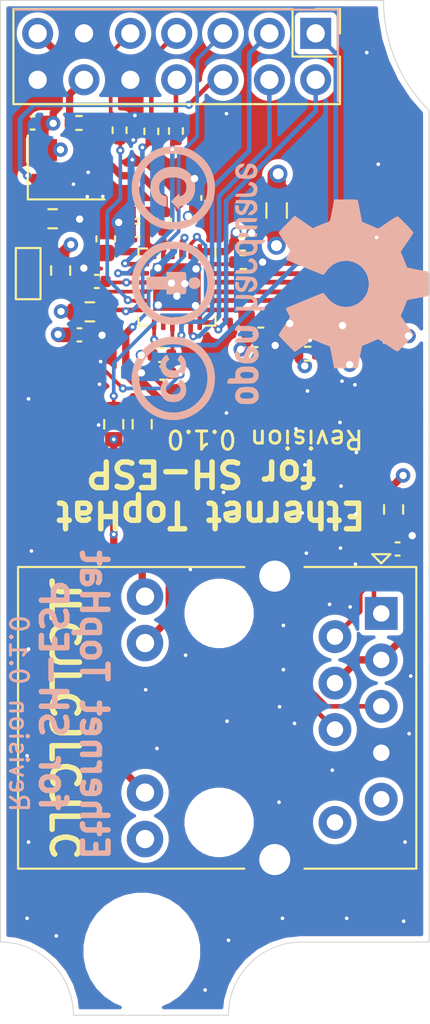
<source format=kicad_pcb>
(kicad_pcb (version 20171130) (host pcbnew "(5.1.8-0-10_14)")
  (title_block (title "Sailor Hat for ESP32") (rev 0.1.0) (company "Hat Laboratories") (comment 1 https://creativecommons.org/licenses/by-sa/4.0) (comment 2 "To view a copy of this license, visit ") (comment 3 "Sailor Hat for ESP32 is licensed under CC BY-SA 4.0."))
  (layers (0 F.Cu signal) (1 In1.Cu power) (2 In2.Cu power) (31 B.Cu signal) (34 B.Paste user hide) (35 F.Paste user hide) (36 B.SilkS user hide) (37 F.SilkS user hide) (38 B.Mask user hide) (39 F.Mask user hide) (44 Edge.Cuts user))
  (net 0 "")
  (net 1 GND)
  (net 2 +3V3)
  (net 3 /IOHeader/PHY_CLK)
  (net 4 /IOHeader/RMI_CRS_DV)
  (net 5 /IOHeader/RMII_RXD0)
  (net 6 /IOHeader/RMII_RXD1)
  (net 7 /IOHeader/PHY_RESET_N)
  (net 8 /IOHeader/PHY_MDIO)
  (net 9 /IOHeader/RMII_TXD0)
  (net 10 /IOHeader/RMII_EN)
  (net 11 /IOHeader/RMII_TXD1)
  (net 12 /IOHeader/PHY_MDC)
  (net 13 /IOHeader/TX-)
  (net 14 /IOHeader/TX+)
  (net 15 /IOHeader/RX-)
  (net 16 /IOHeader/RX+)
  (net 17 /IOHeader/VDDCR)
  (net 18 VDDA)
  (net 19 /IOHeader/nRST)
  (net 20 "Net-(C308-Pad2)")
  (net 21 /IOHeader/LED_R_AN)
  (net 22 /IOHeader/LED_Y_CA)
  (net 23 "Net-(R302-Pad2)")
  (net 24 "Net-(R304-Pad1)")
  (net 25 "Net-(R305-Pad1)")
  (net 26 "Net-(R306-Pad1)")
  (net 27 "Net-(R307-Pad2)")
  (net 28 /IOHeader/CLKIN)
  (net 29 "Net-(R313-Pad1)")
  (net 30 /IOHeader/nINTSEL-LED2)
  (net 31 /IOHeader/LED_Y_AN)
  (module Capacitor_SMD:C_0402_1005Metric (layer F.Cu) (at 161.79 70.32 180)
    (fp_text reference C305 hide)
    (fp_text value 100nF)
    (pad 2 smd roundrect (at 0.48 0 180) (size 0.56 0.62) (layers F.Cu F.Paste F.Mask) (net 18 VDDA))
    (pad 1 smd roundrect (at -0.48 0 180) (size 0.56 0.62) (layers F.Cu F.Paste F.Mask) (net 1 GND))
  )
  (module Oscillator:Oscillator_SMD_SeikoEpson_SG8002CE-4Pin_3.2x2.5mm (layer F.Cu) (at 152.1 66.13)
    (fp_text reference X301 hide)
    (fp_text value 50Mhz hide)
    (pad 4 smd rect (at -1.2 -0.95) (size 1.4 1.2) (layers F.Cu F.Paste F.Mask) (net 2 +3V3))
    (pad 3 smd rect (at 1.2 -0.95) (size 1.4 1.2) (layers F.Cu F.Paste F.Mask) (net 27 "Net-(R307-Pad2)"))
    (pad 2 smd rect (at 1.2 0.95) (size 1.4 1.2) (layers F.Cu F.Paste F.Mask) (net 1 GND))
    (pad 1 smd rect (at -1.2 0.95) (size 1.4 1.2) (layers F.Cu F.Paste F.Mask) (net 7 /IOHeader/PHY_RESET_N))
  )
  (module Resistor_SMD:R_0402_1005Metric (layer F.Cu) (at 155.03 64.1 90)
    (fp_text reference R306 hide)
    (fp_text value 33R)
    (pad 2 smd roundrect (at 0.51 0 90) (size 0.54 0.64) (layers F.Cu F.Paste F.Mask) (net 4 /IOHeader/RMI_CRS_DV))
    (pad 1 smd roundrect (at -0.51 0 90) (size 0.54 0.64) (layers F.Cu F.Paste F.Mask) (net 26 "Net-(R306-Pad1)"))
  )
  (module Resistor_SMD:R_0402_1005Metric (layer F.Cu) (at 152.8 63.7)
    (fp_text reference R308 hide)
    (fp_text value 33R)
    (pad 2 smd roundrect (at 0.51 0) (size 0.54 0.64) (layers F.Cu F.Paste F.Mask) (net 27 "Net-(R307-Pad2)"))
    (pad 1 smd roundrect (at -0.51 0) (size 0.54 0.64) (layers F.Cu F.Paste F.Mask) (net 3 /IOHeader/PHY_CLK))
  )
  (module Resistor_SMD:R_0402_1005Metric (layer F.Cu) (at 157.47 69.09 90)
    (fp_text reference R307 hide)
    (fp_text value 33R)
    (pad 2 smd roundrect (at 0.51 0 90) (size 0.54 0.64) (layers F.Cu F.Paste F.Mask) (net 27 "Net-(R307-Pad2)"))
    (pad 1 smd roundrect (at -0.51 0 90) (size 0.54 0.64) (layers F.Cu F.Paste F.Mask) (net 28 /IOHeader/CLKIN))
  )
  (module Resistor_SMD:R_0402_1005Metric (layer F.Cu) (at 156.77 64.16 90)
    (fp_text reference R305 hide)
    (fp_text value 33R)
    (pad 2 smd roundrect (at 0.51 0 90) (size 0.54 0.64) (layers F.Cu F.Paste F.Mask) (net 6 /IOHeader/RMII_RXD1))
    (pad 1 smd roundrect (at -0.51 0 90) (size 0.54 0.64) (layers F.Cu F.Paste F.Mask) (net 25 "Net-(R305-Pad1)"))
  )
  (module Resistor_SMD:R_0402_1005Metric (layer F.Cu) (at 158.12 64.14 90)
    (fp_text reference R304 hide)
    (fp_text value 33R)
    (pad 2 smd roundrect (at 0.51 0 90) (size 0.54 0.64) (layers F.Cu F.Paste F.Mask) (net 5 /IOHeader/RMII_RXD0))
    (pad 1 smd roundrect (at -0.51 0 90) (size 0.54 0.64) (layers F.Cu F.Paste F.Mask) (net 24 "Net-(R304-Pad1)"))
  )
  (module Capacitor_SMD:C_0402_1005Metric (layer F.Cu) (at 162.48 75.6 180)
    (fp_text reference C307 hide)
    (fp_text value 100nF)
    (pad 2 smd roundrect (at 0.48 0 180) (size 0.56 0.62) (layers F.Cu F.Paste F.Mask) (net 18 VDDA))
    (pad 1 smd roundrect (at -0.48 0 180) (size 0.56 0.62) (layers F.Cu F.Paste F.Mask) (net 1 GND))
  )
  (module SH-ESP32:SolderJumper-2_P1.3mm_Open_TrianglePad_Narrow (layer F.Cu) (at 150.02 71.94 270)
    (fp_text reference JP301 hide)
    (fp_text value SolderJumper_2_Open)
    (pad 2 smd custom (at 0.7 0 270) (size 0.3 0.3) (layers F.Cu F.Mask) (net 19 /IOHeader/nRST) (options (clearance outline) (anchor rect)) (primitives (gr_poly (pts (xy -0.65 -0.5) (xy 0.5 -0.5) (xy 0.5 0.5) (xy -0.65 0.5) (xy -0.15 0)) (width 0))))
    (pad 1 smd custom (at -0.725 0 270) (size 0.3 0.3) (layers F.Cu F.Mask) (net 7 /IOHeader/PHY_RESET_N) (options (clearance outline) (anchor rect)) (primitives (gr_poly (pts (xy -0.5 -0.5) (xy 0.5 -0.5) (xy 1 0) (xy 0.5 0.5) (xy -0.5 0.5)) (width 0))))
  )
  (module Resistor_SMD:R_0603_1608Metric (layer F.Cu) (at 154.71 80.18 90)
    (fp_text reference R317 hide)
    (fp_text value 270)
    (pad 2 smd roundrect (at 0.825 0 90) (size 0.8 0.95) (layers F.Cu F.Paste F.Mask) (net 30 /IOHeader/nINTSEL-LED2))
    (pad 1 smd roundrect (at -0.825 0 90) (size 0.8 0.95) (layers F.Cu F.Paste F.Mask) (net 21 /IOHeader/LED_R_AN))
  )
  (module Resistor_SMD:R_0603_1608Metric (layer F.Cu) (at 156.27 80.18 90)
    (fp_text reference R316 hide)
    (fp_text value 270)
    (pad 2 smd roundrect (at 0.825 0 90) (size 0.8 0.95) (layers F.Cu F.Paste F.Mask) (net 1 GND))
    (pad 1 smd roundrect (at -0.825 0 90) (size 0.8 0.95) (layers F.Cu F.Paste F.Mask) (net 31 /IOHeader/LED_Y_AN))
  )
  (module Resistor_SMD:R_0603_1608Metric (layer F.Cu) (at 170.05 84.84 90)
    (fp_text reference R315 hide)
    (fp_text value 0R)
    (pad 2 smd roundrect (at 0.825 0 90) (size 0.8 0.95) (layers F.Cu F.Paste F.Mask) (net 18 VDDA))
    (pad 1 smd roundrect (at -0.825 0 90) (size 0.8 0.95) (layers F.Cu F.Paste F.Mask) (net 20 "Net-(C308-Pad2)"))
  )
  (module Resistor_SMD:R_0402_1005Metric (layer F.Cu) (at 167.76 75.34)
    (fp_text reference R314 hide)
    (fp_text value 49.9)
    (pad 2 smd roundrect (at 0.51 0) (size 0.54 0.64) (layers F.Cu F.Paste F.Mask) (net 15 /IOHeader/RX-))
    (pad 1 smd roundrect (at -0.51 0) (size 0.54 0.64) (layers F.Cu F.Paste F.Mask) (net 18 VDDA))
  )
  (module Resistor_SMD:R_0402_1005Metric (layer F.Cu) (at 161.81 71.31)
    (fp_text reference R313 hide)
    (fp_text value 12.1k)
    (pad 2 smd roundrect (at 0.51 0) (size 0.54 0.64) (layers F.Cu F.Paste F.Mask) (net 1 GND))
    (pad 1 smd roundrect (at -0.51 0) (size 0.54 0.64) (layers F.Cu F.Paste F.Mask) (net 29 "Net-(R313-Pad1)"))
  )
  (module Resistor_SMD:R_0402_1005Metric (layer F.Cu) (at 169.68 75.34 180)
    (fp_text reference R312 hide)
    (fp_text value 49.9)
    (pad 2 smd roundrect (at 0.51 0 180) (size 0.54 0.64) (layers F.Cu F.Paste F.Mask) (net 16 /IOHeader/RX+))
    (pad 1 smd roundrect (at -0.51 0 180) (size 0.54 0.64) (layers F.Cu F.Paste F.Mask) (net 18 VDDA))
  )
  (module Resistor_SMD:R_0402_1005Metric (layer F.Cu) (at 165.34 76.32)
    (fp_text reference R311 hide)
    (fp_text value 49.9)
    (pad 2 smd roundrect (at 0.51 0) (size 0.54 0.64) (layers F.Cu F.Paste F.Mask) (net 13 /IOHeader/TX-))
    (pad 1 smd roundrect (at -0.51 0) (size 0.54 0.64) (layers F.Cu F.Paste F.Mask) (net 18 VDDA))
  )
  (module Resistor_SMD:R_0402_1005Metric (layer F.Cu) (at 167.3 76.33 180)
    (fp_text reference R310 hide)
    (fp_text value 49.9)
    (pad 2 smd roundrect (at 0.51 0 180) (size 0.54 0.64) (layers F.Cu F.Paste F.Mask) (net 14 /IOHeader/TX+))
    (pad 1 smd roundrect (at -0.51 0 180) (size 0.54 0.64) (layers F.Cu F.Paste F.Mask) (net 18 VDDA))
  )
  (module Resistor_SMD:R_0402_1005Metric (layer F.Cu) (at 157.35 76.39 180)
    (fp_text reference R309 hide)
    (fp_text value 270)
    (pad 2 smd roundrect (at 0.51 0 180) (size 0.54 0.64) (layers F.Cu F.Paste F.Mask) (net 2 +3V3))
    (pad 1 smd roundrect (at -0.51 0 180) (size 0.54 0.64) (layers F.Cu F.Paste F.Mask) (net 19 /IOHeader/nRST))
  )
  (module Resistor_SMD:R_0603_1608Metric (layer F.Cu) (at 151.36 68.94)
    (fp_text reference R303 hide)
    (fp_text value 1.5k)
    (pad 2 smd roundrect (at 0.825 0) (size 0.8 0.95) (layers F.Cu F.Paste F.Mask) (net 1 GND))
    (pad 1 smd roundrect (at -0.825 0) (size 0.8 0.95) (layers F.Cu F.Paste F.Mask) (net 7 /IOHeader/PHY_RESET_N))
  )
  (module Resistor_SMD:R_0603_1608Metric (layer F.Cu) (at 151.8 71.77 270)
    (fp_text reference R302 hide)
    (fp_text value 1.5k)
    (pad 2 smd roundrect (at 0.825 0 270) (size 0.8 0.95) (layers F.Cu F.Paste F.Mask) (net 23 "Net-(R302-Pad2)"))
    (pad 1 smd roundrect (at -0.825 0 270) (size 0.8 0.95) (layers F.Cu F.Paste F.Mask) (net 2 +3V3))
  )
  (module Resistor_SMD:R_0603_1608Metric (layer F.Cu) (at 153.4 74.03)
    (fp_text reference R301 hide)
    (fp_text value 1.5k)
    (pad 2 smd roundrect (at 0.825 0) (size 0.8 0.95) (layers F.Cu F.Paste F.Mask) (net 8 /IOHeader/PHY_MDIO))
    (pad 1 smd roundrect (at -0.825 0) (size 0.8 0.95) (layers F.Cu F.Paste F.Mask) (net 2 +3V3))
  )
  (module Connector_PinHeader_2.54mm:PinHeader_2x07_P2.54mm_Vertical (layer F.Cu) (at 165.78 58.8 270)
    (fp_text reference J302 hide)
    (fp_text value GPIO)
    (pad 14 thru_hole oval (at 2.54 15.24 270) (size 1.7 1.7) (drill 1) (layers *.Cu *.Mask) (net 1 GND))
    (pad 13 thru_hole oval (at 0 15.24 270) (size 1.7 1.7) (drill 1) (layers *.Cu *.Mask) (net 2 +3V3))
    (pad 12 thru_hole oval (at 2.54 12.7 270) (size 1.7 1.7) (drill 1) (layers *.Cu *.Mask) (net 3 /IOHeader/PHY_CLK))
    (pad 11 thru_hole oval (at 0 12.7 270) (size 1.7 1.7) (drill 1) (layers *.Cu *.Mask) (net 1 GND))
    (pad 10 thru_hole oval (at 2.54 10.16 270) (size 1.7 1.7) (drill 1) (layers *.Cu *.Mask) (net 1 GND))
    (pad 9 thru_hole oval (at 0 10.16 270) (size 1.7 1.7) (drill 1) (layers *.Cu *.Mask) (net 4 /IOHeader/RMI_CRS_DV))
    (pad 8 thru_hole oval (at 2.54 7.62 270) (size 1.7 1.7) (drill 1) (layers *.Cu *.Mask) (net 5 /IOHeader/RMII_RXD0))
    (pad 7 thru_hole oval (at 0 7.62 270) (size 1.7 1.7) (drill 1) (layers *.Cu *.Mask) (net 6 /IOHeader/RMII_RXD1))
    (pad 6 thru_hole oval (at 2.54 5.08 270) (size 1.7 1.7) (drill 1) (layers *.Cu *.Mask) (net 7 /IOHeader/PHY_RESET_N))
    (pad 5 thru_hole oval (at 0 5.08 270) (size 1.7 1.7) (drill 1) (layers *.Cu *.Mask) (net 8 /IOHeader/PHY_MDIO))
    (pad 4 thru_hole oval (at 2.54 2.54 270) (size 1.7 1.7) (drill 1) (layers *.Cu *.Mask) (net 9 /IOHeader/RMII_TXD0))
    (pad 3 thru_hole oval (at 0 2.54 270) (size 1.7 1.7) (drill 1) (layers *.Cu *.Mask) (net 10 /IOHeader/RMII_EN))
    (pad 2 thru_hole oval (at 2.54 0 270) (size 1.7 1.7) (drill 1) (layers *.Cu *.Mask) (net 11 /IOHeader/RMII_TXD1))
    (pad 1 thru_hole rect (at 0 0 270) (size 1.7 1.7) (drill 1) (layers *.Cu *.Mask) (net 12 /IOHeader/PHY_MDC))
  )
  (module Inductor_SMD:L_0805_2012Metric (layer F.Cu) (at 163.64 68.49 90)
    (fp_text reference FB301 hide)
    (fp_text value GZ2012D601TF)
    (pad 2 smd roundrect (at 1.0625 0 90) (size 0.875 1.2) (layers F.Cu F.Paste F.Mask) (net 2 +3V3))
    (pad 1 smd roundrect (at -1.0625 0 90) (size 0.875 1.2) (layers F.Cu F.Paste F.Mask) (net 18 VDDA))
  )
  (module Capacitor_SMD:C_0402_1005Metric (layer F.Cu) (at 170.27 87 180)
    (fp_text reference C308 hide)
    (fp_text value 22nF)
    (pad 2 smd roundrect (at 0.48 0 180) (size 0.56 0.62) (layers F.Cu F.Paste F.Mask) (net 20 "Net-(C308-Pad2)"))
    (pad 1 smd roundrect (at -0.48 0 180) (size 0.56 0.62) (layers F.Cu F.Paste F.Mask) (net 1 GND))
  )
  (module Capacitor_SMD:C_0402_1005Metric (layer F.Cu) (at 157.37 77.38 180)
    (fp_text reference C306 hide)
    (fp_text value 1uf)
    (pad 2 smd roundrect (at 0.48 0 180) (size 0.56 0.62) (layers F.Cu F.Paste F.Mask) (net 1 GND))
    (pad 1 smd roundrect (at -0.48 0 180) (size 0.56 0.62) (layers F.Cu F.Paste F.Mask) (net 19 /IOHeader/nRST))
  )
  (module Capacitor_SMD:C_0603_1608Metric (layer F.Cu) (at 162.77 74.38 180)
    (fp_text reference C304 hide)
    (fp_text value 4.7uF)
    (pad 2 smd roundrect (at 0.775 0 180) (size 0.9 0.95) (layers F.Cu F.Paste F.Mask) (net 18 VDDA))
    (pad 1 smd roundrect (at -0.775 0 180) (size 0.9 0.95) (layers F.Cu F.Paste F.Mask) (net 1 GND))
  )
  (module Capacitor_SMD:C_0603_1608Metric (layer F.Cu) (at 154.27 70.04 270)
    (fp_text reference C303 hide)
    (fp_text value 4.7uF)
    (pad 2 smd roundrect (at 0.775 0 270) (size 0.9 0.95) (layers F.Cu F.Paste F.Mask) (net 17 /IOHeader/VDDCR))
    (pad 1 smd roundrect (at -0.775 0 270) (size 0.9 0.95) (layers F.Cu F.Paste F.Mask) (net 1 GND))
  )
  (module Capacitor_SMD:C_0402_1005Metric (layer F.Cu) (at 156.02 69.57 180)
    (fp_text reference C302 hide)
    (fp_text value 1uf)
    (pad 2 smd roundrect (at 0.48 0 180) (size 0.56 0.62) (layers F.Cu F.Paste F.Mask) (net 1 GND))
    (pad 1 smd roundrect (at -0.48 0 180) (size 0.56 0.62) (layers F.Cu F.Paste F.Mask) (net 17 /IOHeader/VDDCR))
  )
  (module Capacitor_SMD:C_0402_1005Metric (layer F.Cu) (at 156.02 68.59 180)
    (fp_text reference C301 hide)
    (fp_text value 470pf)
    (pad 2 smd roundrect (at 0.48 0 180) (size 0.56 0.62) (layers F.Cu F.Paste F.Mask) (net 1 GND))
    (pad 1 smd roundrect (at -0.48 0 180) (size 0.56 0.62) (layers F.Cu F.Paste F.Mask) (net 17 /IOHeader/VDDCR))
  )
  (module Package_DFN_QFN:QFN-24-1EP_4x4mm_P0.5mm_EP2.6x2.6mm (layer F.Cu) (at 158.175 72.675 270)
    (fp_text reference U301 hide)
    (fp_text value LAN8720A hide)
    (pad 25 smd rect (at 0 0 270) (size 2.6 2.6) (layers F.Cu F.Mask) (net 1 GND))
    (pad 24 smd roundrect (at -1.25 -1.9375 270) (size 0.25 0.825) (layers F.Cu F.Paste F.Mask) (net 29 "Net-(R313-Pad1)"))
    (pad 23 smd roundrect (at -0.75 -1.9375 270) (size 0.25 0.825) (layers F.Cu F.Paste F.Mask) (net 16 /IOHeader/RX+))
    (pad 22 smd roundrect (at -0.25 -1.9375 270) (size 0.25 0.825) (layers F.Cu F.Paste F.Mask) (net 15 /IOHeader/RX-))
    (pad 21 smd roundrect (at 0.25 -1.9375 270) (size 0.25 0.825) (layers F.Cu F.Paste F.Mask) (net 14 /IOHeader/TX+))
    (pad 20 smd roundrect (at 0.75 -1.9375 270) (size 0.25 0.825) (layers F.Cu F.Paste F.Mask) (net 13 /IOHeader/TX-))
    (pad 19 smd roundrect (at 1.25 -1.9375 270) (size 0.25 0.825) (layers F.Cu F.Paste F.Mask) (net 18 VDDA))
    (pad 18 smd roundrect (at 1.9375 -1.25 270) (size 0.825 0.25) (layers F.Cu F.Paste F.Mask) (net 11 /IOHeader/RMII_TXD1))
    (pad 17 smd roundrect (at 1.9375 -0.75 270) (size 0.825 0.25) (layers F.Cu F.Paste F.Mask) (net 9 /IOHeader/RMII_TXD0))
    (pad 16 smd roundrect (at 1.9375 -0.25 270) (size 0.825 0.25) (layers F.Cu F.Paste F.Mask) (net 10 /IOHeader/RMII_EN))
    (pad 15 smd roundrect (at 1.9375 0.25 270) (size 0.825 0.25) (layers F.Cu F.Paste F.Mask) (net 19 /IOHeader/nRST))
    (pad 14 smd roundrect (at 1.9375 0.75 270) (size 0.825 0.25) (layers F.Cu F.Paste F.Mask))
    (pad 13 smd roundrect (at 1.9375 1.25 270) (size 0.825 0.25) (layers F.Cu F.Paste F.Mask) (net 12 /IOHeader/PHY_MDC))
    (pad 12 smd roundrect (at 1.25 1.9375 270) (size 0.25 0.825) (layers F.Cu F.Paste F.Mask) (net 8 /IOHeader/PHY_MDIO))
    (pad 11 smd roundrect (at 0.75 1.9375 270) (size 0.25 0.825) (layers F.Cu F.Paste F.Mask) (net 26 "Net-(R306-Pad1)"))
    (pad 10 smd roundrect (at 0.25 1.9375 270) (size 0.25 0.825) (layers F.Cu F.Paste F.Mask) (net 23 "Net-(R302-Pad2)"))
    (pad 9 smd roundrect (at -0.25 1.9375 270) (size 0.25 0.825) (layers F.Cu F.Paste F.Mask) (net 2 +3V3))
    (pad 8 smd roundrect (at -0.75 1.9375 270) (size 0.25 0.825) (layers F.Cu F.Paste F.Mask) (net 24 "Net-(R304-Pad1)"))
    (pad 7 smd roundrect (at -1.25 1.9375 270) (size 0.25 0.825) (layers F.Cu F.Paste F.Mask) (net 25 "Net-(R305-Pad1)"))
    (pad 6 smd roundrect (at -1.9375 1.25 270) (size 0.825 0.25) (layers F.Cu F.Paste F.Mask) (net 17 /IOHeader/VDDCR))
    (pad 5 smd roundrect (at -1.9375 0.75 270) (size 0.825 0.25) (layers F.Cu F.Paste F.Mask) (net 28 /IOHeader/CLKIN))
    (pad 4 smd roundrect (at -1.9375 0.25 270) (size 0.825 0.25) (layers F.Cu F.Paste F.Mask))
    (pad 3 smd roundrect (at -1.9375 -0.25 270) (size 0.825 0.25) (layers F.Cu F.Paste F.Mask) (net 22 /IOHeader/LED_Y_CA))
    (pad 2 smd roundrect (at -1.9375 -0.75 270) (size 0.825 0.25) (layers F.Cu F.Paste F.Mask) (net 30 /IOHeader/nINTSEL-LED2))
    (pad 1 smd roundrect (at -1.9375 -1.25 270) (size 0.825 0.25) (layers F.Cu F.Paste F.Mask) (net 18 VDDA))
  )
  (module Connector_RJ:RJ45_Abracon_ARJP11A-MA_Horizontal (layer F.Cu) (at 169.375 90.525 270)
    (fp_text reference J301 hide)
    (fp_text value RJ45__HY931147C_MAG_LED_POE)
    (pad 15 thru_hole circle (at 13.46 5.84 270) (size 3 3) (drill 1.7) (layers *.Cu *.Mask) (net 1 GND))
    (pad 15 thru_hole circle (at -2.04 5.84 270) (size 3 3) (drill 1.7) (layers *.Cu *.Mask) (net 1 GND))
    (pad "" np_thru_hole circle (at 11.43 8.89 270) (size 3.2 3.2) (drill 3.2) (layers *.Cu *.Mask))
    (pad "" np_thru_hole circle (at 0 8.89 270) (size 3.2 3.2) (drill 3.2) (layers *.Cu *.Mask))
    (pad 14 thru_hole circle (at 12.34 12.95 270) (size 2 2) (drill 1) (layers *.Cu *.Mask) (net 18 VDDA))
    (pad 13 thru_hole circle (at 9.8 12.95 270) (size 2 2) (drill 1) (layers *.Cu *.Mask) (net 21 /IOHeader/LED_R_AN))
    (pad 12 thru_hole circle (at 1.62 12.95 270) (size 2 2) (drill 1) (layers *.Cu *.Mask) (net 22 /IOHeader/LED_Y_CA))
    (pad 10 thru_hole circle (at 11.43 2.54 270) (size 1.8 1.8) (drill 0.9) (layers *.Cu *.Mask))
    (pad 9 thru_hole circle (at 10.16 0 270) (size 1.8 1.8) (drill 0.9) (layers *.Cu *.Mask))
    (pad 7 thru_hole circle (at 7.62 0 270) (size 1.8 1.8) (drill 0.9) (layers *.Cu *.Mask) (net 1 GND))
    (pad 6 thru_hole circle (at 6.35 2.54 270) (size 1.8 1.8) (drill 0.9) (layers *.Cu *.Mask) (net 13 /IOHeader/TX-))
    (pad 5 thru_hole circle (at 5.08 0 270) (size 1.8 1.8) (drill 0.9) (layers *.Cu *.Mask) (net 14 /IOHeader/TX+))
    (pad 4 thru_hole circle (at 3.81 2.54 270) (size 1.8 1.8) (drill 0.9) (layers *.Cu *.Mask) (net 20 "Net-(C308-Pad2)"))
    (pad 3 thru_hole circle (at 2.54 0 270) (size 1.8 1.8) (drill 0.9) (layers *.Cu *.Mask) (net 20 "Net-(C308-Pad2)"))
    (pad 2 thru_hole circle (at 1.27 2.54 270) (size 1.8 1.8) (drill 0.9) (layers *.Cu *.Mask) (net 15 /IOHeader/RX-))
    (pad 11 thru_hole circle (at -0.92 12.95 270) (size 2 2) (drill 1) (layers *.Cu *.Mask) (net 31 /IOHeader/LED_Y_AN))
    (pad 1 thru_hole rect (at 0 0 270) (size 1.8 1.8) (drill 0.9) (layers *.Cu *.Mask) (net 16 /IOHeader/RX+))
  )
  (module Capacitor_SMD:C_0402_1005Metric (layer F.Cu) (at 150.26 63.7)
    (fp_text reference C1004 hide)
    (fp_text value 100nF)
    (pad 2 smd roundrect (at 0.48 0) (size 0.56 0.62) (layers F.Cu F.Paste F.Mask) (net 2 +3V3))
    (pad 1 smd roundrect (at -0.48 0) (size 0.56 0.62) (layers F.Cu F.Paste F.Mask) (net 1 GND))
  )
  (module Capacitor_SMD:C_0402_1005Metric (layer F.Cu) (at 152.83 75.29 180)
    (fp_text reference C1003 hide)
    (fp_text value 100nF)
    (pad 2 smd roundrect (at 0.48 0 180) (size 0.56 0.62) (layers F.Cu F.Paste F.Mask) (net 2 +3V3))
    (pad 1 smd roundrect (at -0.48 0 180) (size 0.56 0.62) (layers F.Cu F.Paste F.Mask) (net 1 GND))
  )
  (module Capacitor_SMD:C_0402_1005Metric (layer F.Cu) (at 159.15 67.8 270)
    (fp_text reference C1002 hide)
    (fp_text value 100nF)
    (pad 2 smd roundrect (at 0.48 0 270) (size 0.56 0.62) (layers F.Cu F.Paste F.Mask) (net 2 +3V3))
    (pad 1 smd roundrect (at -0.48 0 270) (size 0.56 0.62) (layers F.Cu F.Paste F.Mask) (net 1 GND))
  )
  (module Capacitor_SMD:C_0402_1005Metric (layer F.Cu) (at 153.78 72.37)
    (fp_text reference C1001 hide)
    (fp_text value 100nF)
    (pad 2 smd roundrect (at 0.48 0) (size 0.56 0.62) (layers F.Cu F.Paste F.Mask) (net 2 +3V3))
    (pad 1 smd roundrect (at -0.48 0) (size 0.56 0.62) (layers F.Cu F.Paste F.Mask) (net 1 GND))
  )
  (module SH-ESP32:MountingHole_3.2mm_M3_Unplated (layer F.Cu) (at 156.25 109)
    (fp_text reference H1002 hide)
    (fp_text value MountingHole hide)
    (pad "" np_thru_hole circle (at 0 0) (size 3.2 3.2) (drill 3.2) (layers *.Cu *.Mask) (clearance 1.6))
  )
  (module SH-ESP32:cc-by-sa_silkscreen (layer B.Cu) (at 158 72.5 90)
    (fp_text reference LOGO_CC hide)
    (fp_text value LOGO hide)
  )
  (module Symbol:OSHW-Logo2_14.6x12mm_SilkScreen (layer B.Cu) (at 166.5 72.5 90)
    (fp_text reference OSHW hide)
    (fp_text value OSHW-Logo2_14.6x12mm_SilkScreen hide)
  )
  (gr_text "Revision 0.1.0" (at 163 81 180) (layer F.SilkS) (effects (font (size 1 1) (thickness 0.16))))
  (gr_text "Ethernet TopHat \nfor SH-ESP" (at 159.5 84 180) (layer F.SilkS) (effects (font (size 1.4 1.4) (thickness 0.3))))
  (gr_line (start 165 108.5) (end 172 108.5) (layer Edge.Cuts) (width 0.05))
  (gr_arc (start 165 112.5) (end 165 108.5) (angle -90) (layer Edge.Cuts) (width 0.05))
  (gr_arc (start 148.5 112.5) (end 152.5 112.5) (angle -90) (layer Edge.Cuts) (width 0.05))
  (gr_line (start 169.5 57) (end 148.5 57) (layer Edge.Cuts) (width 0.05))
  (gr_line (start 152.5 112.5) (end 161 112.499765) (layer Edge.Cuts) (width 0.05))
  (gr_line (start 148.5 57) (end 148.5 108.5) (layer Edge.Cuts) (width 0.05))
  (gr_line (start 171.989592 63.010408) (end 172 108.5) (layer Edge.Cuts) (width 0.05))
  (gr_line (start 153 112.5) (end 153 112.5) (layer Edge.Cuts) (width 0.05))
  (gr_arc (start 178 57) (end 169.5 57) (angle -45) (layer Edge.Cuts) (width 0.05))
  (gr_line (start 167 57.5) (end 167 62.5) (layer B.SilkS) (width 0.12))
  (gr_line (start 149.25 57.5) (end 167 57.5) (layer B.SilkS) (width 0.12))
  (gr_text "Ethernet TopHat \nfor SH-ESP" (at 152.5 95 270) (layer B.SilkS) (effects (font (size 1.4 1.4) (thickness 0.3)) (justify mirror)))
  (gr_text "Revision 0.1.0" (at 149.5 96 270) (layer B.SilkS) (effects (font (size 1 1) (thickness 0.16)) (justify mirror)))
  (gr_text JLCJLCJLCJLC (at 152.01 96.26 270) (layer F.SilkS) (effects (font (size 1.5 1.5) (thickness 0.3))))
  (via (at 158.61 72.49) (size 0.6) (drill 0.4) (layers F.Cu B.Cu) (net 1))
  (via (at 159.19 73.69) (size 0.6) (drill 0.4) (layers F.Cu B.Cu) (net 1))
  (via (at 159.22 71.68) (size 0.6) (drill 0.4) (layers F.Cu B.Cu) (net 1))
  (via (at 157.15 73.66) (size 0.6) (drill 0.4) (layers F.Cu B.Cu) (net 1))
  (via (at 157.13 71.63) (size 0.6) (drill 0.4) (layers F.Cu B.Cu) (net 1))
  (via (at 154.98 69.14) (size 0.8) (drill 0.4) (layers F.Cu B.Cu) (net 1))
  (segment (start 155.41 69.57) (end 154.98 69.14) (width 0.4) (layer F.Cu) (net 1))
  (segment (start 155.54 69.57) (end 155.41 69.57) (width 0.4) (layer F.Cu) (net 1))
  (segment (start 155.53 68.59) (end 154.98 69.14) (width 0.4) (layer F.Cu) (net 1))
  (segment (start 155.54 68.59) (end 155.53 68.59) (width 0.4) (layer F.Cu) (net 1))
  (segment (start 154.855 69.265) (end 154.98 69.14) (width 0.4) (layer F.Cu) (net 1))
  (segment (start 154.27 69.265) (end 154.855 69.265) (width 0.4) (layer F.Cu) (net 1))
  (segment (start 163.545 74.38) (end 164 74.38) (width 0.4) (layer F.Cu) (net 1))
  (via (at 164.36 74.67) (size 0.8) (drill 0.4) (layers F.Cu B.Cu) (net 1))
  (segment (start 164.29 74.67) (end 164.36 74.67) (width 0.4) (layer F.Cu) (net 1))
  (segment (start 164 74.38) (end 164.29 74.67) (width 0.4) (layer F.Cu) (net 1))
  (via (at 163.56 75.87) (size 0.8) (drill 0.4) (layers F.Cu B.Cu) (net 1))
  (segment (start 163.29 75.6) (end 163.56 75.87) (width 0.4) (layer F.Cu) (net 1))
  (segment (start 162.96 75.6) (end 163.29 75.6) (width 0.4) (layer F.Cu) (net 1))
  (via (at 171.07 86.27) (size 0.8) (drill 0.4) (layers F.Cu B.Cu) (net 1))
  (segment (start 170.75 86.59) (end 171.07 86.27) (width 0.4) (layer F.Cu) (net 1))
  (segment (start 170.75 87) (end 170.75 86.59) (width 0.4) (layer F.Cu) (net 1))
  (via (at 158.17 73.17) (size 0.6) (drill 0.4) (layers F.Cu B.Cu) (net 1))
  (via (at 156.23 77.37) (size 0.6) (drill 0.4) (layers F.Cu B.Cu) (net 1))
  (segment (start 156.24 77.38) (end 156.23 77.37) (width 0.2) (layer F.Cu) (net 1))
  (segment (start 156.89 77.38) (end 156.24 77.38) (width 0.2) (layer F.Cu) (net 1))
  (via (at 154.11 67.72) (size 0.45) (drill 0.2) (layers F.Cu B.Cu) (net 1))
  (segment (start 153.47 67.08) (end 154.11 67.72) (width 0.25) (layer F.Cu) (net 1))
  (segment (start 153.3 67.08) (end 153.47 67.08) (width 0.25) (layer F.Cu) (net 1))
  (via (at 152.5 67.05) (size 0.45) (drill 0.2) (layers F.Cu B.Cu) (net 1))
  (segment (start 152.53 67.08) (end 152.5 67.05) (width 0.25) (layer F.Cu) (net 1))
  (segment (start 153.3 67.08) (end 152.53 67.08) (width 0.25) (layer F.Cu) (net 1))
  (via (at 153.26 67.73) (size 0.45) (drill 0.2) (layers F.Cu B.Cu) (net 1))
  (segment (start 153.3 67.69) (end 153.26 67.73) (width 0.25) (layer F.Cu) (net 1))
  (segment (start 153.3 67.08) (end 153.3 67.69) (width 0.25) (layer F.Cu) (net 1))
  (via (at 153.31 66.4) (size 0.45) (drill 0.2) (layers F.Cu B.Cu) (net 1))
  (segment (start 153.3 66.41) (end 153.31 66.4) (width 0.25) (layer F.Cu) (net 1))
  (segment (start 153.3 67.08) (end 153.3 66.41) (width 0.25) (layer F.Cu) (net 1))
  (via (at 157.87 72.46) (size 0.6) (drill 0.4) (layers F.Cu B.Cu) (net 1))
  (segment (start 149.78 62.1) (end 149.78 63.7) (width 0.8) (layer F.Cu) (net 1))
  (segment (start 150.54 61.34) (end 149.78 62.1) (width 0.8) (layer F.Cu) (net 1))
  (via (at 154.07 75.31) (size 0.8) (drill 0.4) (layers F.Cu B.Cu) (net 1))
  (segment (start 154.05 75.29) (end 154.07 75.31) (width 0.8) (layer F.Cu) (net 1))
  (segment (start 153.31 75.29) (end 154.05 75.29) (width 0.8) (layer F.Cu) (net 1))
  (via (at 152.84 68.96) (size 0.8) (drill 0.4) (layers F.Cu B.Cu) (net 1))
  (segment (start 152.82 68.94) (end 152.84 68.96) (width 0.6) (layer F.Cu) (net 1))
  (segment (start 152.185 68.94) (end 152.82 68.94) (width 0.6) (layer F.Cu) (net 1))
  (via (at 153.07 71.64) (size 0.8) (drill 0.4) (layers F.Cu B.Cu) (net 1))
  (segment (start 153.3 71.87) (end 153.07 71.64) (width 0.6) (layer F.Cu) (net 1))
  (segment (start 153.3 72.37) (end 153.3 71.87) (width 0.6) (layer F.Cu) (net 1))
  (via (at 160.89 63.19) (size 0.45) (drill 0.2) (layers F.Cu B.Cu) (net 1))
  (via (at 150.04 78.79) (size 0.45) (drill 0.2) (layers F.Cu B.Cu) (net 1))
  (via (at 150.2 87.11) (size 0.45) (drill 0.2) (layers F.Cu B.Cu) (net 1))
  (via (at 150.04 92.47) (size 0.45) (drill 0.2) (layers F.Cu B.Cu) (net 1))
  (via (at 149.96 98.31) (size 0.45) (drill 0.2) (layers F.Cu B.Cu) (net 1))
  (via (at 150.04 103.03) (size 0.45) (drill 0.2) (layers F.Cu B.Cu) (net 1))
  (via (at 149.96 107.2) (size 0.45) (drill 0.2) (layers F.Cu B.Cu) (net 1))
  (via (at 151.56 108.16) (size 0.45) (drill 0.2) (layers F.Cu B.Cu) (net 1))
  (via (at 159.72 111.12) (size 0.45) (drill 0.2) (layers F.Cu B.Cu) (net 1))
  (via (at 161 108.4) (size 0.45) (drill 0.2) (layers F.Cu B.Cu) (net 1))
  (via (at 163.96 107.2) (size 0.45) (drill 0.2) (layers F.Cu B.Cu) (net 1))
  (via (at 167.48 107.2) (size 0.45) (drill 0.2) (layers F.Cu B.Cu) (net 1))
  (via (at 170.6 107.36) (size 0.45) (drill 0.2) (layers F.Cu B.Cu) (net 1))
  (via (at 170.68 103.03) (size 0.45) (drill 0.2) (layers F.Cu B.Cu) (net 1))
  (via (at 170.9 97.1) (size 0.45) (drill 0.2) (layers F.Cu B.Cu) (net 1))
  (via (at 170.99 93.95) (size 0.45) (drill 0.2) (layers F.Cu B.Cu) (net 1))
  (via (at 160.89 79.56) (size 0.45) (drill 0.2) (layers F.Cu B.Cu) (net 1))
  (via (at 160.73 83.9) (size 0.45) (drill 0.2) (layers F.Cu B.Cu) (net 1))
  (via (at 164.7 80.43) (size 0.45) (drill 0.2) (layers F.Cu B.Cu) (net 1))
  (via (at 169.12 69.96) (size 0.45) (drill 0.2) (layers F.Cu B.Cu) (net 1))
  (via (at 169.21 65.96) (size 0.45) (drill 0.2) (layers F.Cu B.Cu) (net 1))
  (via (at 168.58 59.85) (size 0.45) (drill 0.2) (layers F.Cu B.Cu) (net 1))
  (via (at 155.87 63.29) (size 0.45) (drill 0.2) (layers F.Cu B.Cu) (net 1))
  (via (at 155.78 64.63) (size 0.45) (drill 0.2) (layers F.Cu B.Cu) (net 1))
  (via (at 155.73 65.71) (size 0.45) (drill 0.2) (layers F.Cu B.Cu) (net 1))
  (via (at 153.99 76.75) (size 0.45) (drill 0.2) (layers F.Cu B.Cu) (net 1))
  (via (at 153.93 77.99) (size 0.45) (drill 0.2) (layers F.Cu B.Cu) (net 1))
  (via (at 153.88 80.22) (size 0.45) (drill 0.2) (layers F.Cu B.Cu) (net 1))
  (via (at 165.33 78.36) (size 0.45) (drill 0.2) (layers F.Cu B.Cu) (net 1))
  (via (at 165.19 82.4) (size 0.45) (drill 0.2) (layers F.Cu B.Cu) (net 1))
  (via (at 165.04 85.03) (size 0.45) (drill 0.2) (layers F.Cu B.Cu) (net 1))
  (via (at 165.27 87.23) (size 0.45) (drill 0.2) (layers F.Cu B.Cu) (net 1))
  (via (at 166.54 90.03) (size 0.45) (drill 0.2) (layers F.Cu B.Cu) (net 1))
  (via (at 167.67 90.17) (size 0.45) (drill 0.2) (layers F.Cu B.Cu) (net 1))
  (via (at 167.22 77.82) (size 0.45) (drill 0.2) (layers F.Cu B.Cu) (net 1))
  (via (at 167.93 78.02) (size 0.45) (drill 0.2) (layers F.Cu B.Cu) (net 1))
  (via (at 168.01 81.72) (size 0.45) (drill 0.2) (layers F.Cu B.Cu) (net 1))
  (via (at 167.11 80.08) (size 0.45) (drill 0.2) (layers F.Cu B.Cu) (net 1))
  (via (at 167.17 83.56) (size 0.45) (drill 0.2) (layers F.Cu B.Cu) (net 1))
  (via (at 167.98 85.09) (size 0.45) (drill 0.2) (layers F.Cu B.Cu) (net 1))
  (via (at 167.14 86.95) (size 0.45) (drill 0.2) (layers F.Cu B.Cu) (net 1))
  (via (at 167.96 87.83) (size 0.45) (drill 0.2) (layers F.Cu B.Cu) (net 1))
  (via (at 164.01 91.18) (size 0.45) (drill 0.2) (layers F.Cu B.Cu) (net 1))
  (via (at 164.01 93.6) (size 0.45) (drill 0.2) (layers F.Cu B.Cu) (net 1))
  (via (at 163.8 95.63) (size 0.45) (drill 0.2) (layers F.Cu B.Cu) (net 1))
  (via (at 164.62 96.54) (size 0.45) (drill 0.2) (layers F.Cu B.Cu) (net 1))
  (via (at 166.69 99.1) (size 0.45) (drill 0.2) (layers F.Cu B.Cu) (net 1))
  (via (at 163.77 100.85) (size 0.45) (drill 0.2) (layers F.Cu B.Cu) (net 1))
  (via (at 157.08 97.91) (size 0.45) (drill 0.2) (layers F.Cu B.Cu) (net 1))
  (via (at 156.46 94.7) (size 0.45) (drill 0.2) (layers F.Cu B.Cu) (net 1))
  (via (at 158.65 92.81) (size 0.45) (drill 0.2) (layers F.Cu B.Cu) (net 1))
  (via (at 160.92 96.42) (size 0.45) (drill 0.2) (layers F.Cu B.Cu) (net 1))
  (via (at 158.91 88.12) (size 0.45) (drill 0.2) (layers F.Cu B.Cu) (net 1))
  (via (at 165.48 75.59) (size 0.45) (drill 0.2) (layers F.Cu B.Cu) (net 1))
  (via (at 159.14 66.74) (size 0.6) (drill 0.4) (layers F.Cu B.Cu) (net 1))
  (segment (start 159.15 66.75) (end 159.14 66.74) (width 0.4) (layer F.Cu) (net 1))
  (segment (start 159.15 67.32) (end 159.15 66.75) (width 0.4) (layer F.Cu) (net 1))
  (via (at 162.27 69.72) (size 0.6) (drill 0.4) (layers F.Cu B.Cu) (net 1))
  (segment (start 162.27 70.32) (end 162.27 69.72) (width 0.4) (layer F.Cu) (net 1))
  (via (at 162.87 71.31) (size 0.6) (drill 0.4) (layers F.Cu B.Cu) (net 1))
  (segment (start 162.32 71.31) (end 162.87 71.31) (width 0.4) (layer F.Cu) (net 1))
  (via (at 155.4 72.425) (size 0.45) (drill 0.2) (layers F.Cu B.Cu) (net 2))
  (via (at 156.21 76.4) (size 0.6) (drill 0.4) (layers F.Cu B.Cu) (net 2))
  (segment (start 156.22 76.39) (end 156.21 76.4) (width 0.2) (layer F.Cu) (net 2))
  (segment (start 156.84 76.39) (end 156.22 76.39) (width 0.2) (layer F.Cu) (net 2))
  (segment (start 150.9 63.73) (end 150.93 63.7) (width 0.4) (layer F.Cu) (net 2))
  (via (at 151.79 65.16) (size 0.8) (drill 0.4) (layers F.Cu B.Cu) (net 2))
  (via (at 151.39 63.72) (size 0.8) (drill 0.4) (layers F.Cu B.Cu) (net 2))
  (segment (start 151.37 63.7) (end 151.39 63.72) (width 0.8) (layer F.Cu) (net 2))
  (segment (start 150.74 63.7) (end 151.37 63.7) (width 0.8) (layer F.Cu) (net 2))
  (segment (start 150.74 65.02) (end 150.9 65.18) (width 0.8) (layer F.Cu) (net 2))
  (segment (start 150.74 63.7) (end 150.74 65.02) (width 0.8) (layer F.Cu) (net 2))
  (segment (start 150.92 65.16) (end 150.9 65.18) (width 0.4) (layer F.Cu) (net 2))
  (segment (start 151.79 65.16) (end 150.92 65.16) (width 0.4) (layer F.Cu) (net 2))
  (segment (start 151.69 75.29) (end 151.66 75.26) (width 0.8) (layer F.Cu) (net 2))
  (via (at 151.66 75.26) (size 0.8) (drill 0.4) (layers F.Cu B.Cu) (net 2))
  (segment (start 152.35 75.29) (end 151.69 75.29) (width 0.8) (layer F.Cu) (net 2))
  (segment (start 154.295 72.425) (end 154.26 72.39) (width 0.2) (layer F.Cu) (net 2))
  (segment (start 155.4 72.425) (end 154.295 72.425) (width 0.2) (layer F.Cu) (net 2))
  (via (at 152.36 70.35) (size 0.8) (drill 0.4) (layers F.Cu B.Cu) (net 2))
  (segment (start 151.8 70.91) (end 152.36 70.35) (width 0.6) (layer F.Cu) (net 2))
  (segment (start 151.8 70.945) (end 151.8 70.91) (width 0.6) (layer F.Cu) (net 2))
  (via (at 151.82 74.01) (size 0.8) (drill 0.4) (layers F.Cu B.Cu) (net 2))
  (segment (start 151.84 74.03) (end 151.82 74.01) (width 0.6) (layer F.Cu) (net 2))
  (segment (start 152.575 74.03) (end 151.84 74.03) (width 0.6) (layer F.Cu) (net 2))
  (segment (start 156.2375 72.425) (end 155.4 72.425) (width 0.2) (layer F.Cu) (net 2))
  (segment (start 154.315 72.425) (end 154.26 72.37) (width 0.2) (layer F.Cu) (net 2))
  (segment (start 155.4 72.425) (end 154.315 72.425) (width 0.2) (layer F.Cu) (net 2))
  (segment (start 159.15 68.44901) (end 158.79901 68.8) (width 0.4) (layer F.Cu) (net 2))
  (via (at 158.79901 68.8) (size 0.6) (drill 0.4) (layers F.Cu B.Cu) (net 2))
  (segment (start 159.15 68.28) (end 159.15 68.44901) (width 0.4) (layer F.Cu) (net 2))
  (via (at 163.73 66.48) (size 1) (drill 0.6) (layers F.Cu B.Cu) (net 2))
  (segment (start 163.64 66.57) (end 163.73 66.48) (width 1) (layer F.Cu) (net 2))
  (segment (start 163.64 67.4275) (end 163.64 66.57) (width 1) (layer F.Cu) (net 2))
  (segment (start 151.717001 62.827314) (end 151.39 63.154315) (width 0.4) (layer F.Cu) (net 2))
  (segment (start 151.39 63.154315) (end 151.39 63.72) (width 0.4) (layer F.Cu) (net 2))
  (segment (start 151.717001 59.977001) (end 151.717001 62.827314) (width 0.4) (layer F.Cu) (net 2))
  (segment (start 150.54 58.8) (end 151.717001 59.977001) (width 0.4) (layer F.Cu) (net 2))
  (segment (start 152.7 61.72) (end 153.08 61.34) (width 0.25) (layer F.Cu) (net 3))
  (segment (start 153.51 61.77) (end 153.08 61.34) (width 0.4) (layer F.Cu) (net 3))
  (segment (start 152.29 62.13) (end 153.08 61.34) (width 0.4) (layer F.Cu) (net 3))
  (segment (start 152.29 63.7) (end 152.29 62.13) (width 0.4) (layer F.Cu) (net 3))
  (segment (start 154.542999 59.877001) (end 155.62 58.8) (width 0.2) (layer F.Cu) (net 4))
  (segment (start 154.542999 63.102999) (end 154.542999 59.877001) (width 0.2) (layer F.Cu) (net 4))
  (segment (start 155.03 63.59) (end 154.542999 63.102999) (width 0.2) (layer F.Cu) (net 4))
  (segment (start 158.12 61.38) (end 158.16 61.34) (width 0.25) (layer F.Cu) (net 5))
  (segment (start 158.12 63.63) (end 158.12 61.38) (width 0.25) (layer F.Cu) (net 5))
  (segment (start 156.77 60.19) (end 158.16 58.8) (width 0.25) (layer F.Cu) (net 6))
  (segment (start 156.77 63.65) (end 156.77 60.19) (width 0.25) (layer F.Cu) (net 6))
  (segment (start 160.7 61.868198) (end 160.7 61.34) (width 0.25) (layer B.Cu) (net 7))
  (via (at 149.96 66.58) (size 0.45) (drill 0.2) (layers F.Cu B.Cu) (net 7))
  (segment (start 150.46 67.08) (end 149.96 66.58) (width 0.25) (layer F.Cu) (net 7))
  (segment (start 150.9 67.08) (end 150.46 67.08) (width 0.25) (layer F.Cu) (net 7))
  (segment (start 149.96 66.58) (end 149.72 66.34) (width 0.25) (layer B.Cu) (net 7))
  (via (at 158.83 62.71) (size 0.45) (drill 0.2) (layers F.Cu B.Cu) (net 7))
  (segment (start 160.2 61.34) (end 158.83 62.71) (width 0.25) (layer F.Cu) (net 7))
  (segment (start 160.7 61.34) (end 160.2 61.34) (width 0.25) (layer F.Cu) (net 7))
  (segment (start 158.83 62.71) (end 150.34 62.71) (width 0.25) (layer B.Cu) (net 7))
  (segment (start 150.34 62.71) (end 149.58 63.47) (width 0.25) (layer B.Cu) (net 7))
  (segment (start 149.58 66.2) (end 149.96 66.58) (width 0.25) (layer B.Cu) (net 7))
  (segment (start 149.58 63.47) (end 149.58 66.2) (width 0.25) (layer B.Cu) (net 7))
  (segment (start 150.9 68.575) (end 150.535 68.94) (width 0.25) (layer F.Cu) (net 7))
  (segment (start 150.9 67.08) (end 150.9 68.575) (width 0.25) (layer F.Cu) (net 7))
  (segment (start 150.535 70.7) (end 150.02 71.215) (width 0.25) (layer F.Cu) (net 7))
  (segment (start 150.535 68.94) (end 150.535 70.7) (width 0.25) (layer F.Cu) (net 7))
  (segment (start 156.2375 73.925) (end 155.45 73.925) (width 0.2) (layer F.Cu) (net 8))
  (segment (start 155.45 73.925) (end 155.375 74) (width 0.2) (layer F.Cu) (net 8))
  (via (at 155.375 74) (size 0.45) (drill 0.2) (layers F.Cu B.Cu) (net 8))
  (segment (start 154.33 73.925) (end 154.225 74.03) (width 0.25) (layer F.Cu) (net 8))
  (segment (start 156.2375 73.925) (end 154.33 73.925) (width 0.25) (layer F.Cu) (net 8))
  (segment (start 160.7 58.8) (end 159.622999 59.877001) (width 0.2) (layer B.Cu) (net 8))
  (segment (start 159.282001 60.217999) (end 160.7 58.8) (width 0.2) (layer B.Cu) (net 8))
  (segment (start 156.295989 73.397209) (end 156.295989 71.617789) (width 0.2) (layer B.Cu) (net 8))
  (segment (start 155.693198 74) (end 156.295989 73.397209) (width 0.2) (layer B.Cu) (net 8))
  (segment (start 155.375 74) (end 155.693198 74) (width 0.2) (layer B.Cu) (net 8))
  (segment (start 158.27201 65.456952) (end 159.282001 64.446961) (width 0.2) (layer B.Cu) (net 8))
  (segment (start 158.27201 69.641769) (end 158.27201 65.456952) (width 0.2) (layer B.Cu) (net 8))
  (segment (start 159.282001 64.446961) (end 159.282001 60.217999) (width 0.2) (layer B.Cu) (net 8))
  (segment (start 156.295989 71.617789) (end 158.27201 69.641769) (width 0.2) (layer B.Cu) (net 8))
  (via (at 159.07 75.37) (size 0.45) (drill 0.2) (layers F.Cu B.Cu) (net 9))
  (segment (start 158.925 75.225) (end 159.07 75.37) (width 0.25) (layer F.Cu) (net 9))
  (segment (start 158.925 74.6125) (end 158.925 75.225) (width 0.25) (layer F.Cu) (net 9))
  (segment (start 160.476021 67.713979) (end 163.24 64.95) (width 0.25) (layer B.Cu) (net 9))
  (segment (start 160.476021 74.282177) (end 160.476021 67.713979) (width 0.25) (layer B.Cu) (net 9))
  (segment (start 163.24 64.95) (end 163.24 61.34) (width 0.25) (layer B.Cu) (net 9))
  (segment (start 159.388198 75.37) (end 160.476021 74.282177) (width 0.25) (layer B.Cu) (net 9))
  (segment (start 159.07 75.37) (end 159.388198 75.37) (width 0.25) (layer B.Cu) (net 9))
  (via (at 158.42 75.31) (size 0.45) (drill 0.2) (layers F.Cu B.Cu) (net 10))
  (segment (start 158.425 75.305) (end 158.42 75.31) (width 0.25) (layer F.Cu) (net 10))
  (segment (start 158.425 74.6125) (end 158.425 75.305) (width 0.25) (layer F.Cu) (net 10))
  (segment (start 162.137999 65.222001) (end 162.137999 59.902001) (width 0.25) (layer B.Cu) (net 10))
  (segment (start 159.588768 74.569011) (end 160.099011 74.058768) (width 0.25) (layer B.Cu) (net 10))
  (segment (start 162.137999 59.902001) (end 163.24 58.8) (width 0.25) (layer B.Cu) (net 10))
  (segment (start 158.580989 74.569011) (end 159.588768 74.569011) (width 0.25) (layer B.Cu) (net 10))
  (segment (start 158.42 74.73) (end 158.580989 74.569011) (width 0.25) (layer B.Cu) (net 10))
  (segment (start 160.099011 74.058768) (end 160.099011 67.260989) (width 0.25) (layer B.Cu) (net 10))
  (segment (start 160.099011 67.260989) (end 162.137999 65.222001) (width 0.25) (layer B.Cu) (net 10))
  (segment (start 158.42 75.31) (end 158.42 74.73) (width 0.25) (layer B.Cu) (net 10))
  (segment (start 160.0625 74.6125) (end 160.441389 74.991389) (width 0.25) (layer F.Cu) (net 11))
  (via (at 160.441389 74.991389) (size 0.45) (drill 0.2) (layers F.Cu B.Cu) (net 11))
  (segment (start 159.425 74.6125) (end 160.0625 74.6125) (width 0.25) (layer F.Cu) (net 11))
  (segment (start 160.441389 74.991389) (end 160.87 74.562778) (width 0.25) (layer B.Cu) (net 11))
  (segment (start 160.87 74.562778) (end 160.87 67.96) (width 0.25) (layer B.Cu) (net 11))
  (segment (start 165.78 63.05) (end 165.78 61.34) (width 0.25) (layer B.Cu) (net 11))
  (segment (start 160.87 67.96) (end 165.78 63.05) (width 0.25) (layer B.Cu) (net 11))
  (via (at 156.925 75.55) (size 0.45) (drill 0.2) (layers F.Cu B.Cu) (net 12))
  (segment (start 156.925 74.6125) (end 156.925 75.55) (width 0.2) (layer F.Cu) (net 12))
  (segment (start 165.78 58.8) (end 166.857001 59.877001) (width 0.2) (layer B.Cu) (net 12))
  (segment (start 166.857001 68.697001) (end 166.857001 68.811961) (width 0.2) (layer B.Cu) (net 12))
  (segment (start 166.857001 69.141961) (end 166.857001 68.697001) (width 0.2) (layer B.Cu) (net 12))
  (segment (start 166.857001 59.877001) (end 166.857001 68.697001) (width 0.2) (layer B.Cu) (net 12))
  (segment (start 166.882001 59.902001) (end 165.78 58.8) (width 0.25) (layer B.Cu) (net 12))
  (segment (start 160.291739 75.847001) (end 166.882001 69.256739) (width 0.25) (layer B.Cu) (net 12))
  (segment (start 166.882001 69.256739) (end 166.882001 59.902001) (width 0.25) (layer B.Cu) (net 12))
  (segment (start 157.222001 75.847001) (end 160.291739 75.847001) (width 0.25) (layer B.Cu) (net 12))
  (segment (start 156.925 75.55) (end 157.222001 75.847001) (width 0.25) (layer B.Cu) (net 12))
  (segment (start 160.1125 73.425) (end 160.185531 73.498031) (width 0.2) (layer F.Cu) (net 13))
  (segment (start 160.1125 73.425) (end 160.130344 73.407156) (width 0.261112) (layer F.Cu) (net 13))
  (segment (start 164.478836 73.407156) (end 166.092844 75.021164) (width 0.261112) (layer F.Cu) (net 13))
  (segment (start 166.092844 89.078836) (end 164.867844 90.303836) (width 0.261112) (layer F.Cu) (net 13))
  (segment (start 164.867844 90.303836) (end 164.867844 93.966163) (width 0.261112) (layer F.Cu) (net 13))
  (segment (start 164.867844 94.907844) (end 164.867844 93.966163) (width 0.25) (layer F.Cu) (net 13))
  (segment (start 166.835 96.875) (end 164.867844 94.907844) (width 0.25) (layer F.Cu) (net 13))
  (segment (start 160.130344 73.407156) (end 164.478836 73.407156) (width 0.261112) (layer F.Cu) (net 13))
  (segment (start 166.045688 76.32) (end 166.092844 76.367156) (width 0.25) (layer F.Cu) (net 13))
  (segment (start 165.85 76.32) (end 166.045688 76.32) (width 0.25) (layer F.Cu) (net 13))
  (segment (start 166.092844 75.021164) (end 166.092844 76.367156) (width 0.261112) (layer F.Cu) (net 13))
  (segment (start 166.092844 76.562844) (end 165.85 76.32) (width 0.25) (layer F.Cu) (net 13))
  (segment (start 166.092844 89.078836) (end 166.092844 76.562844) (width 0.25) (layer F.Cu) (net 13))
  (segment (start 160.1125 72.925) (end 160.130344 72.942844) (width 0.261112) (layer F.Cu) (net 14))
  (segment (start 164.671164 72.942844) (end 166.557156 74.828836) (width 0.261112) (layer F.Cu) (net 14))
  (segment (start 166.557156 89.271164) (end 165.332156 90.496164) (width 0.261112) (layer F.Cu) (net 14))
  (segment (start 165.332156 90.496164) (end 165.332156 93.773837) (width 0.261112) (layer F.Cu) (net 14))
  (segment (start 165.332156 94.537118) (end 166.400038 95.605) (width 0.25) (layer F.Cu) (net 14))
  (segment (start 166.400038 95.605) (end 169.375 95.605) (width 0.25) (layer F.Cu) (net 14))
  (segment (start 165.332156 93.773837) (end 165.332156 94.537118) (width 0.25) (layer F.Cu) (net 14))
  (segment (start 160.130344 72.942844) (end 164.671164 72.942844) (width 0.261112) (layer F.Cu) (net 14))
  (segment (start 166.72 76.33) (end 166.557156 76.492844) (width 0.25) (layer F.Cu) (net 14))
  (segment (start 166.79 76.33) (end 166.72 76.33) (width 0.25) (layer F.Cu) (net 14))
  (segment (start 166.557156 74.828836) (end 166.557156 76.492844) (width 0.261112) (layer F.Cu) (net 14))
  (segment (start 166.557156 88.687156) (end 166.557156 76.492844) (width 0.25) (layer F.Cu) (net 14))
  (segment (start 166.557156 89.271164) (end 166.557156 88.687156) (width 0.25) (layer F.Cu) (net 14))
  (segment (start 160.1125 72.425) (end 160.130344 72.407156) (width 0.261112) (layer F.Cu) (net 15))
  (segment (start 168.217443 90.412557) (end 166.835 91.795) (width 0.261112) (layer F.Cu) (net 15))
  (segment (start 168.507844 89.128553) (end 168.217443 89.418954) (width 0.261112) (layer F.Cu) (net 15))
  (segment (start 165.853836 72.407156) (end 168.507844 75.061164) (width 0.261112) (layer F.Cu) (net 15))
  (segment (start 168.217443 89.418954) (end 168.217443 90.412557) (width 0.261112) (layer F.Cu) (net 15))
  (segment (start 160.130344 72.407156) (end 165.853836 72.407156) (width 0.261112) (layer F.Cu) (net 15))
  (segment (start 168.5 75.34) (end 168.507844 75.347844) (width 0.25) (layer F.Cu) (net 15))
  (segment (start 168.27 75.34) (end 168.5 75.34) (width 0.25) (layer F.Cu) (net 15))
  (segment (start 168.507844 75.061164) (end 168.507844 75.347844) (width 0.261112) (layer F.Cu) (net 15))
  (segment (start 168.507844 75.642156) (end 168.507844 75.347844) (width 0.25) (layer F.Cu) (net 15))
  (segment (start 168.507844 89.128553) (end 168.507844 75.642156) (width 0.25) (layer F.Cu) (net 15))
  (segment (start 160.1125 71.925) (end 160.130344 71.942844) (width 0.261112) (layer F.Cu) (net 16))
  (segment (start 166.046164 71.942844) (end 168.972156 74.868836) (width 0.261112) (layer F.Cu) (net 16))
  (segment (start 160.130344 71.942844) (end 166.046164 71.942844) (width 0.261112) (layer F.Cu) (net 16))
  (segment (start 169.034312 75.34) (end 168.972156 75.402156) (width 0.25) (layer F.Cu) (net 16))
  (segment (start 169.17 75.34) (end 169.034312 75.34) (width 0.25) (layer F.Cu) (net 16))
  (segment (start 168.972156 74.868836) (end 168.972156 75.402156) (width 0.261112) (layer F.Cu) (net 16))
  (segment (start 168.972156 90.122156) (end 169.375 90.525) (width 0.25) (layer F.Cu) (net 16))
  (segment (start 168.972156 74.868836) (end 168.972156 90.122156) (width 0.25) (layer F.Cu) (net 16))
  (segment (start 154.3475 70.7375) (end 154.27 70.815) (width 0.4) (layer F.Cu) (net 17))
  (segment (start 156.925 70.7375) (end 154.3475 70.7375) (width 0.4) (layer F.Cu) (net 17))
  (segment (start 156.5 70.3125) (end 156.925 70.7375) (width 0.4) (layer F.Cu) (net 17))
  (segment (start 156.5 69.57) (end 156.5 70.3125) (width 0.4) (layer F.Cu) (net 17))
  (segment (start 156.5 69.57) (end 156.5 68.59) (width 0.4) (layer F.Cu) (net 17))
  (segment (start 161.54 73.925) (end 161.995 74.38) (width 0.25) (layer F.Cu) (net 18))
  (segment (start 160.1125 73.925) (end 161.54 73.925) (width 0.25) (layer F.Cu) (net 18))
  (segment (start 161.995 75.595) (end 162 75.6) (width 0.4) (layer F.Cu) (net 18))
  (segment (start 161.995 74.38) (end 161.995 75.595) (width 0.4) (layer F.Cu) (net 18))
  (segment (start 167.25 75.77) (end 167.81 76.33) (width 0.4) (layer F.Cu) (net 18))
  (segment (start 167.25 75.34) (end 167.25 75.77) (width 0.4) (layer F.Cu) (net 18))
  (via (at 161.67 76.08) (size 0.8) (drill 0.4) (layers F.Cu B.Cu) (net 18))
  (segment (start 162 75.75) (end 161.67 76.08) (width 0.4) (layer F.Cu) (net 18))
  (segment (start 162 75.6) (end 162 75.75) (width 0.4) (layer F.Cu) (net 18))
  (via (at 165.18 76.99) (size 0.8) (drill 0.4) (layers F.Cu B.Cu) (net 18))
  (segment (start 164.83 76.64) (end 165.18 76.99) (width 0.4) (layer F.Cu) (net 18))
  (segment (start 164.83 76.32) (end 164.83 76.64) (width 0.4) (layer F.Cu) (net 18))
  (via (at 167.64 76.92) (size 0.8) (drill 0.4) (layers F.Cu B.Cu) (net 18))
  (segment (start 167.81 76.75) (end 167.64 76.92) (width 0.4) (layer F.Cu) (net 18))
  (segment (start 167.81 76.33) (end 167.81 76.75) (width 0.4) (layer F.Cu) (net 18))
  (via (at 167.25 74.78) (size 0.8) (drill 0.4) (layers F.Cu B.Cu) (net 18))
  (segment (start 167.25 75.34) (end 167.25 74.78) (width 0.4) (layer F.Cu) (net 18))
  (via (at 170.87 75.35) (size 0.8) (drill 0.4) (layers F.Cu B.Cu) (net 18))
  (segment (start 170.86 75.34) (end 170.87 75.35) (width 0.4) (layer F.Cu) (net 18))
  (segment (start 170.19 75.34) (end 170.86 75.34) (width 0.4) (layer F.Cu) (net 18))
  (segment (start 170.05 83.5) (end 170.57 82.98) (width 0.4) (layer F.Cu) (net 18))
  (via (at 170.57 82.98) (size 0.8) (drill 0.4) (layers F.Cu B.Cu) (net 18))
  (segment (start 170.05 84.015) (end 170.05 83.5) (width 0.4) (layer F.Cu) (net 18))
  (segment (start 160.8925 70.7375) (end 161.31 70.32) (width 0.4) (layer F.Cu) (net 18))
  (segment (start 159.425 70.7375) (end 160.8925 70.7375) (width 0.4) (layer F.Cu) (net 18))
  (via (at 161.422 69.69) (size 0.6) (drill 0.4) (layers F.Cu B.Cu) (net 18))
  (segment (start 161.31 69.802) (end 161.422 69.69) (width 0.4) (layer F.Cu) (net 18))
  (segment (start 161.31 70.32) (end 161.31 69.802) (width 0.4) (layer F.Cu) (net 18))
  (via (at 163.63 70.41) (size 1) (drill 0.6) (layers F.Cu B.Cu) (net 18))
  (segment (start 163.64 70.4) (end 163.63 70.41) (width 1) (layer F.Cu) (net 18))
  (segment (start 163.64 69.5525) (end 163.64 70.4) (width 1) (layer F.Cu) (net 18))
  (segment (start 157.922999 76.252999) (end 157.94 76.27) (width 0.25) (layer F.Cu) (net 19))
  (segment (start 157.925 75.044038) (end 157.922999 75.046039) (width 0.25) (layer F.Cu) (net 19))
  (segment (start 157.925 74.6125) (end 157.925 75.044038) (width 0.25) (layer F.Cu) (net 19))
  (segment (start 157.925 76.325) (end 157.86 76.39) (width 0.2) (layer F.Cu) (net 19))
  (segment (start 157.925 74.6125) (end 157.925 76.325) (width 0.2) (layer F.Cu) (net 19))
  (segment (start 157.86 77.37) (end 157.85 77.38) (width 0.2) (layer F.Cu) (net 19))
  (segment (start 157.86 76.39) (end 157.86 77.37) (width 0.2) (layer F.Cu) (net 19))
  (via (at 158.37 77.46) (size 0.45) (drill 0.2) (layers F.Cu B.Cu) (net 19))
  (segment (start 158.29 77.38) (end 158.37 77.46) (width 0.2) (layer F.Cu) (net 19))
  (segment (start 157.85 77.38) (end 158.29 77.38) (width 0.2) (layer F.Cu) (net 19))
  (segment (start 157.61 78.22) (end 155.21 78.22) (width 0.2) (layer B.Cu) (net 19))
  (via (at 155.21 78.22) (size 0.45) (drill 0.2) (layers F.Cu B.Cu) (net 19))
  (segment (start 158.37 77.46) (end 157.61 78.22) (width 0.2) (layer B.Cu) (net 19))
  (segment (start 150.02 73.14) (end 150.02 72.64) (width 0.2) (layer F.Cu) (net 19))
  (segment (start 154.25 77.26) (end 155.21 78.22) (width 0.2) (layer F.Cu) (net 19))
  (segment (start 151.67 77.26) (end 154.25 77.26) (width 0.2) (layer F.Cu) (net 19))
  (segment (start 150.02 75.61) (end 151.67 77.26) (width 0.2) (layer F.Cu) (net 19))
  (segment (start 150.02 72.64) (end 150.02 75.61) (width 0.2) (layer F.Cu) (net 19))
  (segment (start 169.79 85.925) (end 170.05 85.665) (width 0.4) (layer F.Cu) (net 20))
  (segment (start 169.79 87) (end 169.79 85.925) (width 0.4) (layer F.Cu) (net 20))
  (segment (start 168.105 93.065) (end 166.835 94.335) (width 0.4) (layer F.Cu) (net 20))
  (segment (start 169.375 93.065) (end 168.105 93.065) (width 0.4) (layer F.Cu) (net 20))
  (segment (start 169.375 93.065) (end 170.94 91.5) (width 0.4) (layer F.Cu) (net 20))
  (segment (start 169.79 87.31) (end 169.79 87) (width 0.4) (layer F.Cu) (net 20))
  (segment (start 170.94 88.46) (end 169.79 87.31) (width 0.4) (layer F.Cu) (net 20))
  (segment (start 170.94 91.5) (end 170.94 88.46) (width 0.4) (layer F.Cu) (net 20))
  (segment (start 154.71 98.61) (end 156.425 100.325) (width 0.4) (layer F.Cu) (net 21))
  (segment (start 154.71 81.005) (end 154.71 81.005) (width 0.4) (layer F.Cu) (net 21))
  (segment (start 154.71 86.2) (end 154.71 98.61) (width 0.4) (layer F.Cu) (net 21))
  (via (at 154.71 86.2) (size 0.45) (drill 0.2) (layers F.Cu B.Cu) (net 21))
  (segment (start 154.71 81.005) (end 154.71 86.2) (width 0.4) (layer F.Cu) (net 21))
  (via (at 154.71 81.005) (size 0.45) (drill 0.2) (layers F.Cu B.Cu) (net 21))
  (segment (start 157.752001 90.817999) (end 157.752001 79.324002) (width 0.4) (layer F.Cu) (net 22))
  (segment (start 155.929039 77.997001) (end 155.37 77.437962) (width 0.4) (layer F.Cu) (net 22))
  (segment (start 157.752001 79.324002) (end 156.425 77.997001) (width 0.4) (layer F.Cu) (net 22))
  (segment (start 156.425 77.997001) (end 155.929039 77.997001) (width 0.4) (layer F.Cu) (net 22))
  (segment (start 156.425 92.145) (end 157.752001 90.817999) (width 0.4) (layer F.Cu) (net 22))
  (via (at 158.59 69.98) (size 0.45) (drill 0.2) (layers F.Cu B.Cu) (net 22))
  (segment (start 158.425 70.145) (end 158.59 69.98) (width 0.2) (layer F.Cu) (net 22))
  (segment (start 158.425 70.7375) (end 158.425 70.145) (width 0.2) (layer F.Cu) (net 22))
  (segment (start 158.59 70.970038) (end 156.622999 72.937039) (width 0.2) (layer B.Cu) (net 22))
  (segment (start 158.59 69.98) (end 158.59 70.970038) (width 0.2) (layer B.Cu) (net 22))
  (segment (start 155.37 75.23) (end 155.74 74.86) (width 0.4) (layer F.Cu) (net 22))
  (via (at 155.74 74.86) (size 0.45) (drill 0.2) (layers F.Cu B.Cu) (net 22))
  (segment (start 155.37 77.437962) (end 155.37 75.23) (width 0.4) (layer F.Cu) (net 22))
  (segment (start 155.74 74.86) (end 156.622999 73.977001) (width 0.2) (layer B.Cu) (net 22))
  (segment (start 156.622999 73.977001) (end 156.622999 73.272999) (width 0.2) (layer B.Cu) (net 22))
  (segment (start 156.622999 72.937039) (end 156.622999 73.272999) (width 0.2) (layer B.Cu) (net 22))
  (segment (start 152.13 72.925) (end 151.8 72.595) (width 0.2) (layer F.Cu) (net 23))
  (segment (start 156.2375 72.925) (end 152.13 72.925) (width 0.2) (layer F.Cu) (net 23))
  (via (at 154.95 71.92) (size 0.45) (drill 0.2) (layers F.Cu B.Cu) (net 24))
  (segment (start 154.955 71.925) (end 154.95 71.92) (width 0.25) (layer F.Cu) (net 24))
  (segment (start 156.2375 71.925) (end 154.955 71.925) (width 0.25) (layer F.Cu) (net 24))
  (via (at 157.92 65.14) (size 0.45) (drill 0.2) (layers F.Cu B.Cu) (net 24))
  (segment (start 157.92 69.495962) (end 157.92 65.14) (width 0.25) (layer B.Cu) (net 24))
  (segment (start 155.495962 71.92) (end 157.92 69.495962) (width 0.25) (layer B.Cu) (net 24))
  (segment (start 154.95 71.92) (end 155.495962 71.92) (width 0.25) (layer B.Cu) (net 24))
  (segment (start 157.92 64.85) (end 158.12 64.65) (width 0.25) (layer F.Cu) (net 24))
  (segment (start 157.92 65.14) (end 157.92 64.85) (width 0.25) (layer F.Cu) (net 24))
  (segment (start 155.375 71.425) (end 155.33 71.38) (width 0.25) (layer F.Cu) (net 25))
  (via (at 155.33 71.38) (size 0.45) (drill 0.2) (layers F.Cu B.Cu) (net 25))
  (segment (start 156.2375 71.425) (end 155.375 71.425) (width 0.25) (layer F.Cu) (net 25))
  (via (at 156.28 65.04) (size 0.45) (drill 0.2) (layers F.Cu B.Cu) (net 25))
  (segment (start 156.28 70.43) (end 156.28 65.04) (width 0.25) (layer B.Cu) (net 25))
  (segment (start 155.33 71.38) (end 156.28 70.43) (width 0.25) (layer B.Cu) (net 25))
  (segment (start 156.4 65.04) (end 156.77 64.67) (width 0.25) (layer F.Cu) (net 25))
  (segment (start 156.28 65.04) (end 156.4 65.04) (width 0.25) (layer F.Cu) (net 25))
  (via (at 155.48 73.39) (size 0.45) (drill 0.2) (layers F.Cu B.Cu) (net 26))
  (segment (start 155.555 73.425) (end 155.48 73.35) (width 0.2) (layer F.Cu) (net 26))
  (segment (start 156.2375 73.425) (end 155.555 73.425) (width 0.2) (layer F.Cu) (net 26))
  (segment (start 154.352999 72.222999) (end 154.352999 68.567001) (width 0.2) (layer B.Cu) (net 26))
  (segment (start 155.48 73.35) (end 154.352999 72.222999) (width 0.2) (layer B.Cu) (net 26))
  (via (at 155.07 65.2) (size 0.45) (drill 0.2) (layers F.Cu B.Cu) (net 26))
  (segment (start 155.07 67.85) (end 155.07 65.2) (width 0.2) (layer B.Cu) (net 26))
  (segment (start 154.352999 68.567001) (end 155.07 67.85) (width 0.2) (layer B.Cu) (net 26))
  (segment (start 155.07 64.65) (end 155.03 64.61) (width 0.2) (layer F.Cu) (net 26))
  (segment (start 155.07 65.2) (end 155.07 64.65) (width 0.2) (layer F.Cu) (net 26))
  (segment (start 153.3 65.18) (end 153.72 65.18) (width 0.4) (layer F.Cu) (net 27))
  (segment (start 153.72 65.18) (end 155.13 66.59) (width 0.4) (layer F.Cu) (net 27))
  (segment (start 155.13 66.59) (end 156.25 66.59) (width 0.4) (layer F.Cu) (net 27))
  (segment (start 157.47 67.81) (end 157.47 68.58) (width 0.4) (layer F.Cu) (net 27))
  (segment (start 156.25 66.59) (end 157.47 67.81) (width 0.4) (layer F.Cu) (net 27))
  (segment (start 153.3 63.71) (end 153.31 63.7) (width 0.4) (layer F.Cu) (net 27))
  (segment (start 153.3 65.18) (end 153.3 63.71) (width 0.4) (layer F.Cu) (net 27))
  (segment (start 157.47 70.6925) (end 157.425 70.7375) (width 0.25) (layer F.Cu) (net 28))
  (segment (start 157.47 69.6) (end 157.47 70.6925) (width 0.25) (layer F.Cu) (net 28))
  (segment (start 161.055 71.425) (end 161.28 71.2) (width 0.2) (layer F.Cu) (net 29))
  (segment (start 160.1125 71.425) (end 161.055 71.425) (width 0.2) (layer F.Cu) (net 29))
  (via (at 159.27 69.93) (size 0.45) (drill 0.2) (layers F.Cu B.Cu) (net 30))
  (segment (start 159.27 69.98) (end 159.27 69.93) (width 0.2) (layer F.Cu) (net 30))
  (segment (start 158.925 70.325) (end 159.27 69.98) (width 0.2) (layer F.Cu) (net 30))
  (segment (start 158.925 70.7375) (end 158.925 70.325) (width 0.2) (layer F.Cu) (net 30))
  (segment (start 159.27 69.93) (end 159.747001 70.407001) (width 0.2) (layer B.Cu) (net 30))
  (via (at 154.71 78.63) (size 0.45) (drill 0.2) (layers F.Cu B.Cu) (net 30))
  (segment (start 154.71 76.84) (end 154.71 78.63) (width 0.2) (layer B.Cu) (net 30))
  (segment (start 154.71 78.63) (end 154.71 79.355) (width 0.2) (layer F.Cu) (net 30))
  (segment (start 159.442961 74.217001) (end 159.747001 73.912961) (width 0.2) (layer B.Cu) (net 30))
  (segment (start 159.747001 73.912961) (end 159.747001 70.407001) (width 0.2) (layer B.Cu) (net 30))
  (segment (start 157.332999 74.217001) (end 159.442961 74.217001) (width 0.2) (layer B.Cu) (net 30))
  (segment (start 154.71 76.84) (end 157.332999 74.217001) (width 0.2) (layer B.Cu) (net 30))
  (segment (start 156.27 89.45) (end 156.425 89.605) (width 0.4) (layer F.Cu) (net 31))
  (segment (start 156.27 81.005) (end 156.27 89.45) (width 0.4) (layer F.Cu) (net 31))
  (zone (net 1) (net_name GND) (layer F.Cu) (connect_pads yes (clearance 0.3)) (min_thickness 0.2) (fill yes (arc_segments 32) (thermal_gap 0.508) (thermal_bridge_width 0.508))
    (polygon (pts (xy 172 113) (xy 148.5 113) (xy 148.5 57) (xy 172 57)))
  )
  (zone (net 1) (net_name GND) (layer B.Cu) (connect_pads yes (clearance 0.3)) (min_thickness 0.2) (fill yes (arc_segments 32) (thermal_gap 0.508) (thermal_bridge_width 0.508))
    (polygon (pts (xy 172 113) (xy 148.5 113) (xy 148.5 57) (xy 172 57)))
  )
)
</source>
